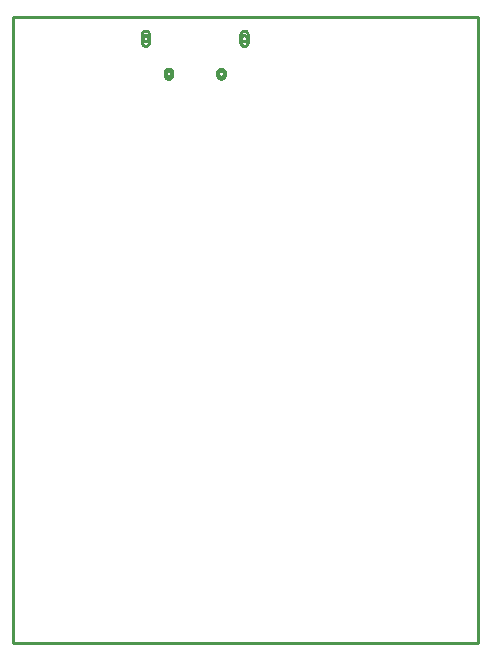
<source format=gbr>
G04 EAGLE Gerber RS-274X export*
G75*
%MOMM*%
%FSLAX34Y34*%
%LPD*%
%IN*%
%IPPOS*%
%AMOC8*
5,1,8,0,0,1.08239X$1,22.5*%
G01*
%ADD10C,0.254000*%


D10*
X412750Y387350D02*
X806250Y387350D01*
X806250Y917450D01*
X412750Y917450D01*
X412750Y387350D01*
X521670Y895660D02*
X521681Y895399D01*
X521716Y895139D01*
X521772Y894884D01*
X521851Y894634D01*
X521951Y894392D01*
X522072Y894160D01*
X522213Y893939D01*
X522372Y893732D01*
X522549Y893539D01*
X522742Y893362D01*
X522949Y893203D01*
X523170Y893062D01*
X523402Y892941D01*
X523644Y892841D01*
X523894Y892762D01*
X524149Y892706D01*
X524409Y892671D01*
X524670Y892660D01*
X524931Y892671D01*
X525191Y892706D01*
X525446Y892762D01*
X525696Y892841D01*
X525938Y892941D01*
X526170Y893062D01*
X526391Y893203D01*
X526598Y893362D01*
X526791Y893539D01*
X526968Y893732D01*
X527127Y893939D01*
X527268Y894160D01*
X527389Y894392D01*
X527489Y894634D01*
X527568Y894884D01*
X527624Y895139D01*
X527659Y895399D01*
X527670Y895660D01*
X527670Y902660D01*
X527659Y902921D01*
X527624Y903181D01*
X527568Y903436D01*
X527489Y903686D01*
X527389Y903928D01*
X527268Y904160D01*
X527127Y904381D01*
X526968Y904588D01*
X526791Y904781D01*
X526598Y904958D01*
X526391Y905117D01*
X526170Y905258D01*
X525938Y905379D01*
X525696Y905479D01*
X525446Y905558D01*
X525191Y905614D01*
X524931Y905649D01*
X524670Y905660D01*
X524409Y905649D01*
X524149Y905614D01*
X523894Y905558D01*
X523644Y905479D01*
X523402Y905379D01*
X523170Y905258D01*
X522949Y905117D01*
X522742Y904958D01*
X522549Y904781D01*
X522372Y904588D01*
X522213Y904381D01*
X522072Y904160D01*
X521951Y903928D01*
X521851Y903686D01*
X521772Y903436D01*
X521716Y903181D01*
X521681Y902921D01*
X521670Y902660D01*
X521670Y895660D01*
X605170Y895660D02*
X605181Y895399D01*
X605216Y895139D01*
X605272Y894884D01*
X605351Y894634D01*
X605451Y894392D01*
X605572Y894160D01*
X605713Y893939D01*
X605872Y893732D01*
X606049Y893539D01*
X606242Y893362D01*
X606449Y893203D01*
X606670Y893062D01*
X606902Y892941D01*
X607144Y892841D01*
X607394Y892762D01*
X607649Y892706D01*
X607909Y892671D01*
X608170Y892660D01*
X608431Y892671D01*
X608691Y892706D01*
X608946Y892762D01*
X609196Y892841D01*
X609438Y892941D01*
X609670Y893062D01*
X609891Y893203D01*
X610098Y893362D01*
X610291Y893539D01*
X610468Y893732D01*
X610627Y893939D01*
X610768Y894160D01*
X610889Y894392D01*
X610989Y894634D01*
X611068Y894884D01*
X611124Y895139D01*
X611159Y895399D01*
X611170Y895660D01*
X611170Y902660D01*
X611159Y902921D01*
X611124Y903181D01*
X611068Y903436D01*
X610989Y903686D01*
X610889Y903928D01*
X610768Y904160D01*
X610627Y904381D01*
X610468Y904588D01*
X610291Y904781D01*
X610098Y904958D01*
X609891Y905117D01*
X609670Y905258D01*
X609438Y905379D01*
X609196Y905479D01*
X608946Y905558D01*
X608691Y905614D01*
X608431Y905649D01*
X608170Y905660D01*
X607909Y905649D01*
X607649Y905614D01*
X607394Y905558D01*
X607144Y905479D01*
X606902Y905379D01*
X606670Y905258D01*
X606449Y905117D01*
X606242Y904958D01*
X606049Y904781D01*
X605872Y904588D01*
X605713Y904381D01*
X605572Y904160D01*
X605451Y903928D01*
X605351Y903686D01*
X605272Y903436D01*
X605216Y903181D01*
X605181Y902921D01*
X605170Y902660D01*
X605170Y895660D01*
X540920Y868160D02*
X540932Y867877D01*
X540969Y867596D01*
X541031Y867319D01*
X541116Y867048D01*
X541225Y866787D01*
X541355Y866535D01*
X541508Y866296D01*
X541680Y866071D01*
X541872Y865862D01*
X542081Y865670D01*
X542306Y865498D01*
X542545Y865345D01*
X542797Y865215D01*
X543058Y865106D01*
X543329Y865021D01*
X543606Y864959D01*
X543887Y864922D01*
X544170Y864910D01*
X544453Y864922D01*
X544734Y864959D01*
X545011Y865021D01*
X545282Y865106D01*
X545544Y865215D01*
X545795Y865345D01*
X546034Y865498D01*
X546259Y865670D01*
X546468Y865862D01*
X546660Y866071D01*
X546832Y866296D01*
X546985Y866535D01*
X547116Y866787D01*
X547224Y867048D01*
X547309Y867319D01*
X547371Y867596D01*
X547408Y867877D01*
X547420Y868160D01*
X547420Y870160D01*
X547408Y870443D01*
X547371Y870724D01*
X547309Y871001D01*
X547224Y871272D01*
X547116Y871534D01*
X546985Y871785D01*
X546832Y872024D01*
X546660Y872249D01*
X546468Y872458D01*
X546259Y872650D01*
X546034Y872822D01*
X545795Y872975D01*
X545544Y873106D01*
X545282Y873214D01*
X545011Y873299D01*
X544734Y873361D01*
X544453Y873398D01*
X544170Y873410D01*
X543887Y873398D01*
X543606Y873361D01*
X543329Y873299D01*
X543058Y873214D01*
X542797Y873106D01*
X542545Y872975D01*
X542306Y872822D01*
X542081Y872650D01*
X541872Y872458D01*
X541680Y872249D01*
X541508Y872024D01*
X541355Y871785D01*
X541225Y871534D01*
X541116Y871272D01*
X541031Y871001D01*
X540969Y870724D01*
X540932Y870443D01*
X540920Y870160D01*
X540920Y868160D01*
X585420Y868160D02*
X585432Y867877D01*
X585469Y867596D01*
X585531Y867319D01*
X585616Y867048D01*
X585725Y866787D01*
X585855Y866535D01*
X586008Y866296D01*
X586180Y866071D01*
X586372Y865862D01*
X586581Y865670D01*
X586806Y865498D01*
X587045Y865345D01*
X587297Y865215D01*
X587558Y865106D01*
X587829Y865021D01*
X588106Y864959D01*
X588387Y864922D01*
X588670Y864910D01*
X588953Y864922D01*
X589234Y864959D01*
X589511Y865021D01*
X589782Y865106D01*
X590044Y865215D01*
X590295Y865345D01*
X590534Y865498D01*
X590759Y865670D01*
X590968Y865862D01*
X591160Y866071D01*
X591332Y866296D01*
X591485Y866535D01*
X591616Y866787D01*
X591724Y867048D01*
X591809Y867319D01*
X591871Y867596D01*
X591908Y867877D01*
X591920Y868160D01*
X591920Y870160D01*
X591908Y870443D01*
X591871Y870724D01*
X591809Y871001D01*
X591724Y871272D01*
X591616Y871534D01*
X591485Y871785D01*
X591332Y872024D01*
X591160Y872249D01*
X590968Y872458D01*
X590759Y872650D01*
X590534Y872822D01*
X590295Y872975D01*
X590044Y873106D01*
X589782Y873214D01*
X589511Y873299D01*
X589234Y873361D01*
X588953Y873398D01*
X588670Y873410D01*
X588387Y873398D01*
X588106Y873361D01*
X587829Y873299D01*
X587558Y873214D01*
X587297Y873106D01*
X587045Y872975D01*
X586806Y872822D01*
X586581Y872650D01*
X586372Y872458D01*
X586180Y872249D01*
X586008Y872024D01*
X585855Y871785D01*
X585725Y871534D01*
X585616Y871272D01*
X585531Y871001D01*
X585469Y870724D01*
X585432Y870443D01*
X585420Y870160D01*
X585420Y868160D01*
X586170Y869357D02*
X586232Y869745D01*
X586353Y870120D01*
X586532Y870470D01*
X586763Y870789D01*
X587041Y871067D01*
X587360Y871298D01*
X587710Y871477D01*
X588085Y871598D01*
X588473Y871660D01*
X588867Y871660D01*
X589255Y871598D01*
X589630Y871477D01*
X589980Y871298D01*
X590299Y871067D01*
X590577Y870789D01*
X590808Y870470D01*
X590987Y870120D01*
X591108Y869745D01*
X591170Y869357D01*
X591170Y868963D01*
X591108Y868575D01*
X590987Y868200D01*
X590808Y867850D01*
X590577Y867531D01*
X590299Y867253D01*
X589980Y867022D01*
X589630Y866843D01*
X589255Y866722D01*
X588867Y866660D01*
X588473Y866660D01*
X588085Y866722D01*
X587710Y866843D01*
X587360Y867022D01*
X587041Y867253D01*
X586763Y867531D01*
X586532Y867850D01*
X586353Y868200D01*
X586232Y868575D01*
X586170Y868963D01*
X586170Y869357D01*
X541670Y869357D02*
X541732Y869745D01*
X541853Y870120D01*
X542032Y870470D01*
X542263Y870789D01*
X542541Y871067D01*
X542860Y871298D01*
X543210Y871477D01*
X543585Y871598D01*
X543973Y871660D01*
X544367Y871660D01*
X544755Y871598D01*
X545130Y871477D01*
X545480Y871298D01*
X545799Y871067D01*
X546077Y870789D01*
X546308Y870470D01*
X546487Y870120D01*
X546608Y869745D01*
X546670Y869357D01*
X546670Y868963D01*
X546608Y868575D01*
X546487Y868200D01*
X546308Y867850D01*
X546077Y867531D01*
X545799Y867253D01*
X545480Y867022D01*
X545130Y866843D01*
X544755Y866722D01*
X544367Y866660D01*
X543973Y866660D01*
X543585Y866722D01*
X543210Y866843D01*
X542860Y867022D01*
X542541Y867253D01*
X542263Y867531D01*
X542032Y867850D01*
X541853Y868200D01*
X541732Y868575D01*
X541670Y868963D01*
X541670Y869357D01*
X605670Y899357D02*
X605732Y899745D01*
X605853Y900120D01*
X606032Y900470D01*
X606263Y900789D01*
X606541Y901067D01*
X606860Y901298D01*
X607210Y901477D01*
X607585Y901598D01*
X607973Y901660D01*
X608367Y901660D01*
X608755Y901598D01*
X609130Y901477D01*
X609480Y901298D01*
X609799Y901067D01*
X610077Y900789D01*
X610308Y900470D01*
X610487Y900120D01*
X610608Y899745D01*
X610670Y899357D01*
X610670Y898963D01*
X610608Y898575D01*
X610487Y898200D01*
X610308Y897850D01*
X610077Y897531D01*
X609799Y897253D01*
X609480Y897022D01*
X609130Y896843D01*
X608755Y896722D01*
X608367Y896660D01*
X607973Y896660D01*
X607585Y896722D01*
X607210Y896843D01*
X606860Y897022D01*
X606541Y897253D01*
X606263Y897531D01*
X606032Y897850D01*
X605853Y898200D01*
X605732Y898575D01*
X605670Y898963D01*
X605670Y899357D01*
X522170Y899357D02*
X522232Y899745D01*
X522353Y900120D01*
X522532Y900470D01*
X522763Y900789D01*
X523041Y901067D01*
X523360Y901298D01*
X523710Y901477D01*
X524085Y901598D01*
X524473Y901660D01*
X524867Y901660D01*
X525255Y901598D01*
X525630Y901477D01*
X525980Y901298D01*
X526299Y901067D01*
X526577Y900789D01*
X526808Y900470D01*
X526987Y900120D01*
X527108Y899745D01*
X527170Y899357D01*
X527170Y898963D01*
X527108Y898575D01*
X526987Y898200D01*
X526808Y897850D01*
X526577Y897531D01*
X526299Y897253D01*
X525980Y897022D01*
X525630Y896843D01*
X525255Y896722D01*
X524867Y896660D01*
X524473Y896660D01*
X524085Y896722D01*
X523710Y896843D01*
X523360Y897022D01*
X523041Y897253D01*
X522763Y897531D01*
X522532Y897850D01*
X522353Y898200D01*
X522232Y898575D01*
X522170Y898963D01*
X522170Y899357D01*
M02*

</source>
